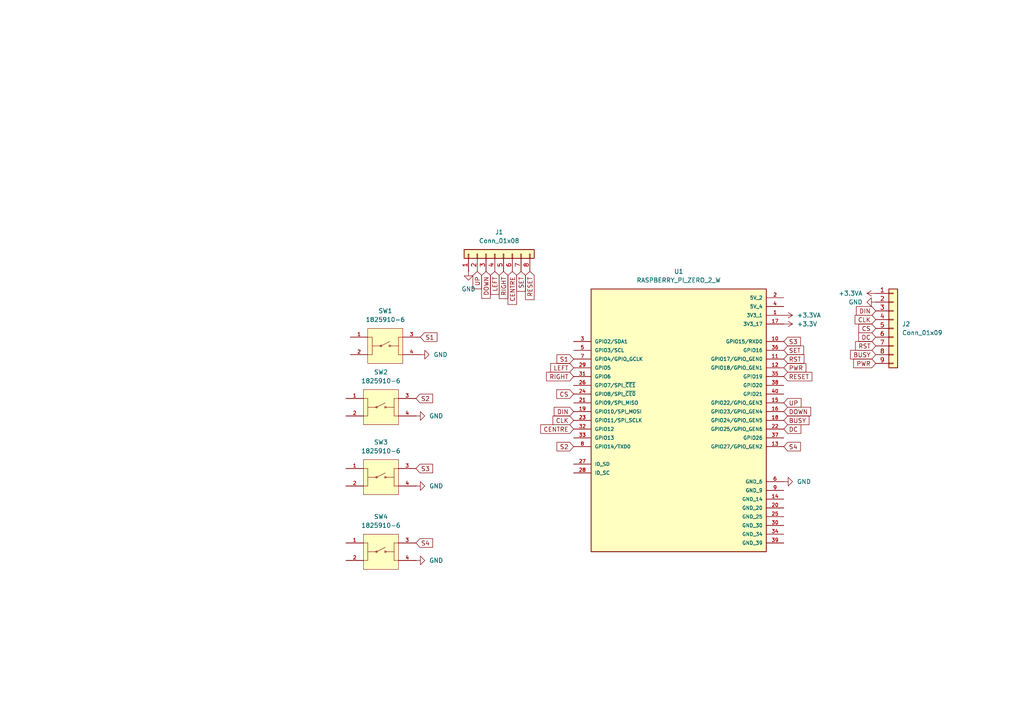
<source format=kicad_sch>
(kicad_sch (version 20250114) (generator "eeschema") (generator_version "9.0")
  (paper "A4")
  (lib_symbols
    (symbol "Connector_Generic:Conn_01x08" (pin_names (offset 1.016) (hide yes))
      (property "Reference" "J" (at 0 10.16 0))
      (property "Value" "Conn_01x08" (at 0 -12.7 0))
      (symbol "Conn_01x08_1_1"
        (rectangle (start -1.27 8.89) (end 1.27 -11.43) (stroke (width 0.254)) (fill (type background)))
        (rectangle (start -1.27 7.747) (end 0 7.493) (stroke (width 0.1524)))
        (rectangle (start -1.27 5.207) (end 0 4.953) (stroke (width 0.1524)))
        (rectangle (start -1.27 2.667) (end 0 2.413) (stroke (width 0.1524)))
        (rectangle (start -1.27 0.127) (end 0 -0.127) (stroke (width 0.1524)))
        (rectangle (start -1.27 -2.413) (end 0 -2.667) (stroke (width 0.1524)))
        (rectangle (start -1.27 -4.953) (end 0 -5.207) (stroke (width 0.1524)))
        (rectangle (start -1.27 -7.493) (end 0 -7.747) (stroke (width 0.1524)))
        (rectangle (start -1.27 -10.033) (end 0 -10.287) (stroke (width 0.1524)))
        (pin passive line (at -5.08 7.62 0) (length 3.81) (name "Pin_1") (number "1"))
        (pin passive line (at -5.08 5.08 0) (length 3.81) (name "Pin_2") (number "2"))
        (pin passive line (at -5.08 2.54 0) (length 3.81) (name "Pin_3") (number "3"))
        (pin passive line (at -5.08 0 0) (length 3.81) (name "Pin_4") (number "4"))
        (pin passive line (at -5.08 -2.54 0) (length 3.81) (name "Pin_5") (number "5"))
        (pin passive line (at -5.08 -5.08 0) (length 3.81) (name "Pin_6") (number "6"))
        (pin passive line (at -5.08 -7.62 0) (length 3.81) (name "Pin_7") (number "7"))
        (pin passive line (at -5.08 -10.16 0) (length 3.81) (name "Pin_8") (number "8"))
      )
    )
    (symbol "Connector_Generic:Conn_01x09" (pin_names (offset 1.016) (hide yes))
      (property "Reference" "J" (at 0 12.7 0))
      (property "Value" "Conn_01x09" (at 0 -12.7 0))
      (symbol "Conn_01x09_1_1"
        (rectangle (start -1.27 11.43) (end 1.27 -11.43) (stroke (width 0.254)) (fill (type background)))
        (rectangle (start -1.27 10.287) (end 0 10.033) (stroke (width 0.1524)))
        (rectangle (start -1.27 7.747) (end 0 7.493) (stroke (width 0.1524)))
        (rectangle (start -1.27 5.207) (end 0 4.953) (stroke (width 0.1524)))
        (rectangle (start -1.27 2.667) (end 0 2.413) (stroke (width 0.1524)))
        (rectangle (start -1.27 0.127) (end 0 -0.127) (stroke (width 0.1524)))
        (rectangle (start -1.27 -2.413) (end 0 -2.667) (stroke (width 0.1524)))
        (rectangle (start -1.27 -4.953) (end 0 -5.207) (stroke (width 0.1524)))
        (rectangle (start -1.27 -7.493) (end 0 -7.747) (stroke (width 0.1524)))
        (rectangle (start -1.27 -10.033) (end 0 -10.287) (stroke (width 0.1524)))
        (pin passive line (at -5.08 10.16 0) (length 3.81) (name "Pin_1") (number "1"))
        (pin passive line (at -5.08 7.62 0) (length 3.81) (name "Pin_2") (number "2"))
        (pin passive line (at -5.08 5.08 0) (length 3.81) (name "Pin_3") (number "3"))
        (pin passive line (at -5.08 2.54 0) (length 3.81) (name "Pin_4") (number "4"))
        (pin passive line (at -5.08 0 0) (length 3.81) (name "Pin_5") (number "5"))
        (pin passive line (at -5.08 -2.54 0) (length 3.81) (name "Pin_6") (number "6"))
        (pin passive line (at -5.08 -5.08 0) (length 3.81) (name "Pin_7") (number "7"))
        (pin passive line (at -5.08 -7.62 0) (length 3.81) (name "Pin_8") (number "8"))
        (pin passive line (at -5.08 -10.16 0) (length 3.81) (name "Pin_9") (number "9"))
      )
    )
    (symbol "RPI:RASPBERRY_PI_ZERO_2_W" (pin_names (offset 1.016))
      (property "Reference" "U" (at -25.42 39.3962 0))
      (property "Value" "RASPBERRY_PI_ZERO_2_W" (at -25.4191 -40.6687 0))
      (symbol "RASPBERRY_PI_ZERO_2_W_0_0"
        (rectangle (start -25.4 -38.1) (end 25.4 38.1) (stroke (width 0.254)) (fill (type background)))
        (pin bidirectional line (at -30.48 22.86 0) (length 5.08) (name "GPIO2/SDA1") (number "3"))
        (pin bidirectional line (at -30.48 20.32 0) (length 5.08) (name "GPIO3/SCL") (number "5"))
        (pin bidirectional line (at -30.48 17.78 0) (length 5.08) (name "GPIO4/GPIO_GCLK") (number "7"))
        (pin bidirectional line (at -30.48 15.24 0) (length 5.08) (name "GPIO5") (number "29"))
        (pin bidirectional line (at -30.48 12.7 0) (length 5.08) (name "GPIO6") (number "31"))
        (pin bidirectional line (at -30.48 10.16 0) (length 5.08) (name "GPIO7/SPI_~{CE1}") (number "26"))
        (pin bidirectional line (at -30.48 7.62 0) (length 5.08) (name "GPIO8/SPI_~{CE0}") (number "24"))
        (pin bidirectional line (at -30.48 5.08 0) (length 5.08) (name "GPIO9/SPI_MISO") (number "21"))
        (pin bidirectional line (at -30.48 2.54 0) (length 5.08) (name "GPIO10/SPI_MOSI") (number "19"))
        (pin bidirectional line (at -30.48 0 0) (length 5.08) (name "GPIO11/SPI_SCLK") (number "23"))
        (pin bidirectional line (at -30.48 -2.54 0) (length 5.08) (name "GPIO12") (number "32"))
        (pin bidirectional line (at -30.48 -5.08 0) (length 5.08) (name "GPIO13") (number "33"))
        (pin bidirectional line (at -30.48 -7.62 0) (length 5.08) (name "GPIO14/TXD0") (number "8"))
        (pin bidirectional line (at -30.48 -12.7 0) (length 5.08) (name "ID_SD") (number "27"))
        (pin bidirectional line (at -30.48 -15.24 0) (length 5.08) (name "ID_SC") (number "28"))
        (pin power_in line (at 30.48 35.56 180) (length 5.08) (name "5V_2") (number "2"))
        (pin power_in line (at 30.48 33.02 180) (length 5.08) (name "5V_4") (number "4"))
        (pin power_in line (at 30.48 30.48 180) (length 5.08) (name "3V3_1") (number "1"))
        (pin power_in line (at 30.48 27.94 180) (length 5.08) (name "3V3_17") (number "17"))
        (pin bidirectional line (at 30.48 22.86 180) (length 5.08) (name "GPIO15/RXD0") (number "10"))
        (pin bidirectional line (at 30.48 20.32 180) (length 5.08) (name "GPIO16") (number "36"))
        (pin bidirectional line (at 30.48 17.78 180) (length 5.08) (name "GPIO17/GPIO_GEN0") (number "11"))
        (pin bidirectional line (at 30.48 15.24 180) (length 5.08) (name "GPIO18/GPIO_GEN1") (number "12"))
        (pin bidirectional line (at 30.48 12.7 180) (length 5.08) (name "GPIO19") (number "35"))
        (pin bidirectional line (at 30.48 10.16 180) (length 5.08) (name "GPIO20") (number "38"))
        (pin bidirectional line (at 30.48 7.62 180) (length 5.08) (name "GPIO21") (number "40"))
        (pin bidirectional line (at 30.48 5.08 180) (length 5.08) (name "GPIO22/GPIO_GEN3") (number "15"))
        (pin bidirectional line (at 30.48 2.54 180) (length 5.08) (name "GPIO23/GPIO_GEN4") (number "16"))
        (pin bidirectional line (at 30.48 0 180) (length 5.08) (name "GPIO24/GPIO_GEN5") (number "18"))
        (pin bidirectional line (at 30.48 -2.54 180) (length 5.08) (name "GPIO25/GPIO_GEN6") (number "22"))
        (pin bidirectional line (at 30.48 -5.08 180) (length 5.08) (name "GPIO26") (number "37"))
        (pin bidirectional line (at 30.48 -7.62 180) (length 5.08) (name "GPIO27/GPIO_GEN2") (number "13"))
        (pin power_in line (at 30.48 -17.78 180) (length 5.08) (name "GND_6") (number "6"))
        (pin power_in line (at 30.48 -20.32 180) (length 5.08) (name "GND_9") (number "9"))
        (pin power_in line (at 30.48 -22.86 180) (length 5.08) (name "GND_14") (number "14"))
        (pin power_in line (at 30.48 -25.4 180) (length 5.08) (name "GND_20") (number "20"))
        (pin power_in line (at 30.48 -27.94 180) (length 5.08) (name "GND_25") (number "25"))
        (pin power_in line (at 30.48 -30.48 180) (length 5.08) (name "GND_30") (number "30"))
        (pin power_in line (at 30.48 -33.02 180) (length 5.08) (name "GND_34") (number "34"))
        (pin power_in line (at 30.48 -35.56 180) (length 5.08) (name "GND_39") (number "39"))
      )
    )
    (symbol "Switch:1825910-6" (pin_names (offset 1.016))
      (property "Reference" "SW" (at -5.0897 5.8532 0))
      (property "Value" "1825910-6" (at -5.0883 -7.6325 0))
      (symbol "1825910-6_0_0"
        (polyline (pts (xy -5.08 2.54) (xy -3.81 2.54)) (stroke (width 0.127)))
        (rectangle (start -5.08 -5.08) (end 5.08 5.08) (stroke (width 0.127)) (fill (type background)))
        (polyline (pts (xy -3.81 2.54) (xy -3.81 0)) (stroke (width 0.127)))
        (polyline (pts (xy -3.81 0) (xy -3.81 -2.54)) (stroke (width 0.127)))
        (polyline (pts (xy -3.81 0) (xy -1.27 0)) (stroke (width 0.127)))
        (polyline (pts (xy -3.81 -2.54) (xy -5.08 -2.54)) (stroke (width 0.127)))
        (circle (center -1.27 0) (radius 0.254) (stroke (width 0.127)))
        (polyline (pts (xy -1.27 0) (xy 1.27 1.27)) (stroke (width 0.127)))
        (polyline (pts (xy 1.27 0) (xy 3.81 0)) (stroke (width 0.127)))
        (circle (center 1.27 0) (radius 0.254) (stroke (width 0.127)))
        (polyline (pts (xy 3.81 2.54) (xy 5.08 2.54)) (stroke (width 0.127)))
        (polyline (pts (xy 3.81 0) (xy 3.81 2.54)) (stroke (width 0.127)))
        (polyline (pts (xy 3.81 0) (xy 3.81 -2.54)) (stroke (width 0.127)))
        (polyline (pts (xy 3.81 -2.54) (xy 5.08 -2.54)) (stroke (width 0.127)))
        (pin passive line (at -10.16 2.54 0) (length 5.08) (name "~") (number "1"))
        (pin passive line (at -10.16 -2.54 0) (length 5.08) (name "~") (number "2"))
        (pin passive line (at 10.16 2.54 180) (length 5.08) (name "~") (number "3"))
        (pin passive line (at 10.16 -2.54 180) (length 5.08) (name "~") (number "4"))
      )
    )
    (symbol "power:+3.3V" (power) (pin_numbers (hide yes)) (pin_names (offset 0) (hide yes))
      (property "Value" "+3.3V" (at 0 3.556 0))
      (symbol "+3.3V_0_1"
        (polyline (pts (xy -0.762 1.27) (xy 0 2.54)))
        (polyline (pts (xy 0 2.54) (xy 0.762 1.27)))
        (polyline (pts (xy 0 0) (xy 0 2.54)))
      )
      (symbol "+3.3V_1_1"
        (pin power_in line (at 0 0 90) (length 0) (name "~") (number "1"))
      )
    )
    (symbol "power:+3.3VA" (power) (pin_numbers (hide yes)) (pin_names (offset 0) (hide yes))
      (property "Value" "+3.3VA" (at 0 3.556 0))
      (symbol "+3.3VA_0_1"
        (polyline (pts (xy -0.762 1.27) (xy 0 2.54)))
        (polyline (pts (xy 0 2.54) (xy 0.762 1.27)))
        (polyline (pts (xy 0 0) (xy 0 2.54)))
      )
      (symbol "+3.3VA_1_1"
        (pin power_in line (at 0 0 90) (length 0) (name "~") (number "1"))
      )
    )
    (symbol "power:GND" (power) (pin_numbers (hide yes)) (pin_names (offset 0) (hide yes))
      (property "Value" "GND" (at 0 -3.81 0))
      (symbol "GND_0_1"
        (polyline (pts (xy 0 0) (xy 0 -1.27) (xy 1.27 -1.27) (xy 0 -2.54) (xy -1.27 -1.27) (xy 0 -1.27)))
      )
      (symbol "GND_1_1"
        (pin power_in line (at 0 0 270) (length 0) (name "~") (number "1"))
      )
    )
  )
  (global_label "RST" (shape input) (at 254 100.33 180) (property "Intersheetrefs" "${INTERSHEET_REFS}" (effects (hide yes))))
  (global_label "RESET" (shape input) (at 227.33 109.22 0) (property "Intersheetrefs" "${INTERSHEET_REFS}" (effects (hide yes))))
  (global_label "DC" (shape input) (at 254 97.79 180) (property "Intersheetrefs" "${INTERSHEET_REFS}" (effects (hide yes))))
  (global_label "S1" (shape input) (at 166.37 104.14 180) (property "Intersheetrefs" "${INTERSHEET_REFS}" (effects (hide yes))))
  (global_label "LEFT" (shape input) (at 166.37 106.68 180) (property "Intersheetrefs" "${INTERSHEET_REFS}" (effects (hide yes))))
  (global_label "RESET" (shape input) (at 153.67 78.74 270) (property "Intersheetrefs" "${INTERSHEET_REFS}" (effects (hide yes))))
  (global_label "CS" (shape input) (at 254 95.25 180) (property "Intersheetrefs" "${INTERSHEET_REFS}" (effects (hide yes))))
  (global_label "RIGHT" (shape input) (at 166.37 109.22 180) (property "Intersheetrefs" "${INTERSHEET_REFS}" (effects (hide yes))))
  (global_label "UP" (shape input) (at 138.43 78.74 270) (property "Intersheetrefs" "${INTERSHEET_REFS}" (effects (hide yes))))
  (global_label "PWR" (shape input) (at 254 105.41 180) (property "Intersheetrefs" "${INTERSHEET_REFS}" (effects (hide yes))))
  (global_label "BUSY" (shape input) (at 254 102.87 180) (property "Intersheetrefs" "${INTERSHEET_REFS}" (effects (hide yes))))
  (global_label "CLK" (shape input) (at 166.37 121.92 180) (property "Intersheetrefs" "${INTERSHEET_REFS}" (effects (hide yes))))
  (global_label "CLK" (shape input) (at 254 92.71 180) (property "Intersheetrefs" "${INTERSHEET_REFS}" (effects (hide yes))))
  (global_label "SET" (shape input) (at 227.33 101.6 0) (property "Intersheetrefs" "${INTERSHEET_REFS}" (effects (hide yes))))
  (global_label "CENTRE" (shape input) (at 166.37 124.46 180) (property "Intersheetrefs" "${INTERSHEET_REFS}" (effects (hide yes))))
  (global_label "CENTRE" (shape input) (at 148.59 78.74 270) (property "Intersheetrefs" "${INTERSHEET_REFS}" (effects (hide yes))))
  (global_label "UP" (shape input) (at 227.33 116.84 0) (property "Intersheetrefs" "${INTERSHEET_REFS}" (effects (hide yes))))
  (global_label "DC" (shape input) (at 227.33 124.46 0) (property "Intersheetrefs" "${INTERSHEET_REFS}" (effects (hide yes))))
  (global_label "SET" (shape input) (at 151.13 78.74 270) (property "Intersheetrefs" "${INTERSHEET_REFS}" (effects (hide yes))))
  (global_label "S1" (shape input) (at 121.92 97.79 0) (property "Intersheetrefs" "${INTERSHEET_REFS}" (effects (hide yes))))
  (global_label "S3" (shape input) (at 227.33 99.06 0) (property "Intersheetrefs" "${INTERSHEET_REFS}" (effects (hide yes))))
  (global_label "LEFT" (shape input) (at 143.51 78.74 270) (property "Intersheetrefs" "${INTERSHEET_REFS}" (effects (hide yes))))
  (global_label "S4" (shape input) (at 120.65 157.48 0) (property "Intersheetrefs" "${INTERSHEET_REFS}" (effects (hide yes))))
  (global_label "DOWN" (shape input) (at 140.97 78.74 270) (property "Intersheetrefs" "${INTERSHEET_REFS}" (effects (hide yes))))
  (global_label "S3" (shape input) (at 120.65 135.89 0) (property "Intersheetrefs" "${INTERSHEET_REFS}" (effects (hide yes))))
  (global_label "S2" (shape input) (at 166.37 129.54 180) (property "Intersheetrefs" "${INTERSHEET_REFS}" (effects (hide yes))))
  (global_label "DOWN" (shape input) (at 227.33 119.38 0) (property "Intersheetrefs" "${INTERSHEET_REFS}" (effects (hide yes))))
  (global_label "DIN" (shape input) (at 166.37 119.38 180) (property "Intersheetrefs" "${INTERSHEET_REFS}" (effects (hide yes))))
  (global_label "RIGHT" (shape input) (at 146.05 78.74 270) (property "Intersheetrefs" "${INTERSHEET_REFS}" (effects (hide yes))))
  (global_label "PWR" (shape input) (at 227.33 106.68 0) (property "Intersheetrefs" "${INTERSHEET_REFS}" (effects (hide yes))))
  (global_label "RST" (shape input) (at 227.33 104.14 0) (property "Intersheetrefs" "${INTERSHEET_REFS}" (effects (hide yes))))
  (global_label "S4" (shape input) (at 227.33 129.54 0) (property "Intersheetrefs" "${INTERSHEET_REFS}" (effects (hide yes))))
  (global_label "DIN" (shape input) (at 254 90.17 180) (property "Intersheetrefs" "${INTERSHEET_REFS}" (effects (hide yes))))
  (global_label "CS" (shape input) (at 166.37 114.3 180) (property "Intersheetrefs" "${INTERSHEET_REFS}" (effects (hide yes))))
  (global_label "S2" (shape input) (at 120.65 115.57 0) (property "Intersheetrefs" "${INTERSHEET_REFS}" (effects (hide yes))))
  (global_label "BUSY" (shape input) (at 227.33 121.92 0) (property "Intersheetrefs" "${INTERSHEET_REFS}" (effects (hide yes))))
  (symbol (lib_id "power:+3.3VA") (at 227.33 91.44 270) (unit 1)
    (property "Reference" "#PWR09" (effects (hide yes)))
    (property "Value" "+3.3VA" (at 231.14 91.4399 90) (effects (justify left)))
    (property "Description" "Power symbol creates a global label with name \"+3.3VA\"" (effects (hide yes)))
  )
  (symbol (lib_id "Switch:1825910-6") (at 110.49 138.43 0) (unit 1)
    (property "Reference" "SW3" (at 110.49 128.27 0))
    (property "Value" "1825910-6" (at 110.49 130.81 0))
    (property "Footprint" "Switch:SW_1825910-6-43D" (effects (hide yes)))
    (property "Comment" "1825910-6" (effects (hide yes)))
    (property "MF" "TE Connectivity" (effects (hide yes)))
    (property "Description_1" "Switch Push Button OFF (ON) SPST Round Button 0.05A 24VDC Momentary Contact PC Pins Thru-Hole" (effects (hide yes)))
    (property "Package" "None" (effects (hide yes)))
    (property "Price" "None" (effects (hide yes)))
    (property "Check_prices" "https://www.snapeda.com/parts/1825910-6/TE+Connectivity+ALCOSWITCH+Switches/view-part/?ref=eda" (effects (hide yes)))
    (property "STANDARD" "Manufacturer Recommendations" (effects (hide yes)))
    (property "PARTREV" "C10" (effects (hide yes)))
    (property "SnapEDA_Link" "https://www.snapeda.com/parts/1825910-6/TE+Connectivity+ALCOSWITCH+Switches/view-part/?ref=snap" (effects (hide yes)))
    (property "MP" "1825910-6" (effects (hide yes)))
    (property "Availability" "In Stock" (effects (hide yes)))
    (property "MANUFACTURER" "TE CONNECTIVITY" (effects (hide yes)))
  )
  (symbol (lib_id "power:GND") (at 120.65 120.65 90) (unit 1)
    (property "Reference" "#PWR02" (effects (hide yes)))
    (property "Value" "GND" (at 124.46 120.6499 90) (effects (justify right)))
    (property "Description" "Power symbol creates a global label with name \"GND\" , ground" (effects (hide yes)))
  )
  (symbol (lib_id "power:+3.3V") (at 227.33 93.98 270) (unit 1)
    (property "Reference" "#PWR06" (effects (hide yes)))
    (property "Value" "+3.3V" (at 231.14 93.9799 90) (effects (justify left)))
    (property "Description" "Power symbol creates a global label with name \"+3.3V\"" (effects (hide yes)))
  )
  (symbol (lib_id "Connector_Generic:Conn_01x08") (at 143.51 73.66 90) (unit 1)
    (property "Reference" "J1" (at 144.78 67.31 90))
    (property "Value" "Conn_01x08" (at 144.78 69.85 90))
    (property "Footprint" "Connector_PinHeader_2.54mm:PinHeader_1x08_P2.54mm_Horizontal" (effects (hide yes)))
    (property "Description" "Generic connector, single row, 01x08, script generated (kicad-library-utils/schlib/autogen/connector/)" (effects (hide yes)))
  )
  (symbol (lib_id "power:GND") (at 227.33 139.7 90) (unit 1)
    (property "Reference" "#PWR05" (effects (hide yes)))
    (property "Value" "GND" (at 231.14 139.6999 90) (effects (justify right)))
    (property "Description" "Power symbol creates a global label with name \"GND\" , ground" (effects (hide yes)))
  )
  (symbol (lib_id "power:+3.3VA") (at 254 85.09 90) (unit 1)
    (property "Reference" "#PWR010" (effects (hide yes)))
    (property "Value" "+3.3VA" (at 250.19 85.0899 90) (effects (justify left)))
    (property "Description" "Power symbol creates a global label with name \"+3.3VA\"" (effects (hide yes)))
  )
  (symbol (lib_id "power:GND") (at 254 87.63 270) (unit 1)
    (property "Reference" "#PWR011" (effects (hide yes)))
    (property "Value" "GND" (at 250.19 87.6299 90) (effects (justify right)))
    (property "Description" "Power symbol creates a global label with name \"GND\" , ground" (effects (hide yes)))
  )
  (symbol (lib_id "power:GND") (at 120.65 162.56 90) (unit 1)
    (property "Reference" "#PWR04" (effects (hide yes)))
    (property "Value" "GND" (at 124.46 162.5599 90) (effects (justify right)))
    (property "Description" "Power symbol creates a global label with name \"GND\" , ground" (effects (hide yes)))
  )
  (symbol (lib_id "Switch:1825910-6") (at 110.49 118.11 0) (unit 1)
    (property "Reference" "SW2" (at 110.49 107.95 0))
    (property "Value" "1825910-6" (at 110.49 110.49 0))
    (property "Footprint" "Switch:SW_1825910-6-43D" (effects (hide yes)))
    (property "Comment" "1825910-6" (effects (hide yes)))
    (property "MF" "TE Connectivity" (effects (hide yes)))
    (property "Description_1" "Switch Push Button OFF (ON) SPST Round Button 0.05A 24VDC Momentary Contact PC Pins Thru-Hole" (effects (hide yes)))
    (property "Package" "None" (effects (hide yes)))
    (property "Price" "None" (effects (hide yes)))
    (property "Check_prices" "https://www.snapeda.com/parts/1825910-6/TE+Connectivity+ALCOSWITCH+Switches/view-part/?ref=eda" (effects (hide yes)))
    (property "STANDARD" "Manufacturer Recommendations" (effects (hide yes)))
    (property "PARTREV" "C10" (effects (hide yes)))
    (property "SnapEDA_Link" "https://www.snapeda.com/parts/1825910-6/TE+Connectivity+ALCOSWITCH+Switches/view-part/?ref=snap" (effects (hide yes)))
    (property "MP" "1825910-6" (effects (hide yes)))
    (property "Availability" "In Stock" (effects (hide yes)))
    (property "MANUFACTURER" "TE CONNECTIVITY" (effects (hide yes)))
  )
  (symbol (lib_id "power:GND") (at 135.89 78.74 0) (unit 1)
    (property "Reference" "#PWR08" (effects (hide yes)))
    (property "Value" "GND" (at 135.89 83.82 0))
    (property "Description" "Power symbol creates a global label with name \"GND\" , ground" (effects (hide yes)))
  )
  (symbol (lib_id "power:GND") (at 120.65 140.97 90) (unit 1)
    (property "Reference" "#PWR03" (effects (hide yes)))
    (property "Value" "GND" (at 124.46 140.9699 90) (effects (justify right)))
    (property "Description" "Power symbol creates a global label with name \"GND\" , ground" (effects (hide yes)))
  )
  (symbol (lib_id "Switch:1825910-6") (at 111.76 100.33 0) (unit 1)
    (property "Reference" "SW1" (at 111.76 90.17 0))
    (property "Value" "1825910-6" (at 111.76 92.71 0))
    (property "Footprint" "Switch:SW_1825910-6-43D" (effects (hide yes)))
    (property "Comment" "1825910-6" (effects (hide yes)))
    (property "MF" "TE Connectivity" (effects (hide yes)))
    (property "Description_1" "Switch Push Button OFF (ON) SPST Round Button 0.05A 24VDC Momentary Contact PC Pins Thru-Hole" (effects (hide yes)))
    (property "Package" "None" (effects (hide yes)))
    (property "Price" "None" (effects (hide yes)))
    (property "Check_prices" "https://www.snapeda.com/parts/1825910-6/TE+Connectivity+ALCOSWITCH+Switches/view-part/?ref=eda" (effects (hide yes)))
    (property "STANDARD" "Manufacturer Recommendations" (effects (hide yes)))
    (property "PARTREV" "C10" (effects (hide yes)))
    (property "SnapEDA_Link" "https://www.snapeda.com/parts/1825910-6/TE+Connectivity+ALCOSWITCH+Switches/view-part/?ref=snap" (effects (hide yes)))
    (property "MP" "1825910-6" (effects (hide yes)))
    (property "Availability" "In Stock" (effects (hide yes)))
    (property "MANUFACTURER" "TE CONNECTIVITY" (effects (hide yes)))
  )
  (symbol (lib_id "Connector_Generic:Conn_01x09") (at 259.08 95.25 0) (unit 1)
    (property "Reference" "J2" (at 261.62 93.9799 0) (effects (justify left)))
    (property "Value" "Conn_01x09" (at 261.62 96.5199 0) (effects (justify left)))
    (property "Footprint" "Connector_PinHeader_2.54mm:PinHeader_1x09_P2.54mm_Horizontal" (effects (hide yes)))
    (property "Description" "Generic connector, single row, 01x09, script generated (kicad-library-utils/schlib/autogen/connector/)" (effects (hide yes)))
  )
  (symbol (lib_id "power:GND") (at 121.92 102.87 90) (unit 1)
    (property "Reference" "#PWR01" (effects (hide yes)))
    (property "Value" "GND" (at 125.73 102.8699 90) (effects (justify right)))
    (property "Description" "Power symbol creates a global label with name \"GND\" , ground" (effects (hide yes)))
  )
  (symbol (lib_id "Switch:1825910-6") (at 110.49 160.02 0) (unit 1)
    (property "Reference" "SW4" (at 110.49 149.86 0))
    (property "Value" "1825910-6" (at 110.49 152.4 0))
    (property "Footprint" "Switch:SW_1825910-6-43D" (effects (hide yes)))
    (property "Comment" "1825910-6" (effects (hide yes)))
    (property "MF" "TE Connectivity" (effects (hide yes)))
    (property "Description_1" "Switch Push Button OFF (ON) SPST Round Button 0.05A 24VDC Momentary Contact PC Pins Thru-Hole" (effects (hide yes)))
    (property "Package" "None" (effects (hide yes)))
    (property "Price" "None" (effects (hide yes)))
    (property "Check_prices" "https://www.snapeda.com/parts/1825910-6/TE+Connectivity+ALCOSWITCH+Switches/view-part/?ref=eda" (effects (hide yes)))
    (property "STANDARD" "Manufacturer Recommendations" (effects (hide yes)))
    (property "PARTREV" "C10" (effects (hide yes)))
    (property "SnapEDA_Link" "https://www.snapeda.com/parts/1825910-6/TE+Connectivity+ALCOSWITCH+Switches/view-part/?ref=snap" (effects (hide yes)))
    (property "MP" "1825910-6" (effects (hide yes)))
    (property "Availability" "In Stock" (effects (hide yes)))
    (property "MANUFACTURER" "TE CONNECTIVITY" (effects (hide yes)))
  )
  (symbol (lib_id "RPI:RASPBERRY_PI_ZERO_2_W") (at 196.85 121.92 0) (unit 1)
    (property "Reference" "U1" (at 196.85 78.74 0))
    (property "Value" "RASPBERRY_PI_ZERO_2_W" (at 196.85 81.28 0))
    (property "Footprint" "RPI:MODULE_RASPBERRY_PI_ZERO_2_W" (effects (hide yes)))
    (property "MF" "Raspberry Pi" (effects (hide yes)))
    (property "Description_1" "At the heart of Raspberry Pi Zero 2 W is RP3A0, a custom-built system-in-package designed by Raspberry Pi in the UK." (effects (hide yes)))
    (property "Package" "None" (effects (hide yes)))
    (property "Price" "None" (effects (hide yes)))
    (property "Check_prices" "https://www.snapeda.com/parts/RASPBERRY%20PI%20ZERO%202%20W/Raspberry+Pi/view-part/?ref=eda" (effects (hide yes)))
    (property "STANDARD" "Manufacturer Recommendations" (effects (hide yes)))
    (property "PARTREV" "April 2024" (effects (hide yes)))
    (property "SnapEDA_Link" "https://www.snapeda.com/parts/RASPBERRY%20PI%20ZERO%202%20W/Raspberry+Pi/view-part/?ref=snap" (effects (hide yes)))
    (property "MP" "RASPBERRY PI ZERO 2 W" (effects (hide yes)))
    (property "Availability" "In Stock" (effects (hide yes)))
    (property "MANUFACTURER" "Raspberry Pi" (effects (hide yes)))
  )
)
</source>
